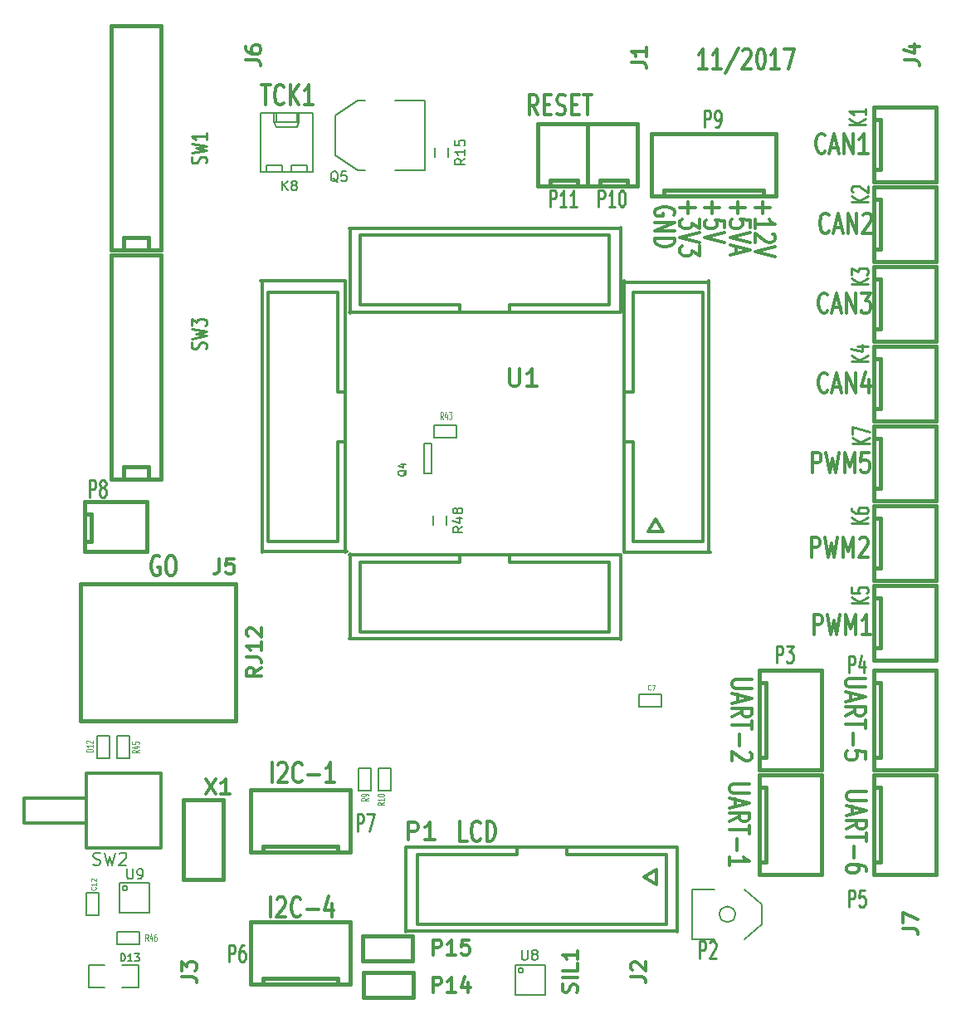
<source format=gto>
G04 #@! TF.FileFunction,Legend,Top*
%FSLAX46Y46*%
G04 Gerber Fmt 4.6, Leading zero omitted, Abs format (unit mm)*
G04 Created by KiCad (PCBNEW 4.0.6) date 01/03/18 21:04:18*
%MOMM*%
%LPD*%
G01*
G04 APERTURE LIST*
%ADD10C,0.150000*%
%ADD11C,0.304800*%
%ADD12C,0.381000*%
%ADD13C,0.127000*%
%ADD14C,0.152400*%
%ADD15C,0.271780*%
%ADD16C,0.190500*%
%ADD17C,0.114300*%
%ADD18C,0.285750*%
%ADD19C,0.287020*%
%ADD20C,0.203200*%
G04 APERTURE END LIST*
D10*
D11*
X99767571Y-58450238D02*
X98896714Y-58450238D01*
X99332142Y-58450238D02*
X99332142Y-56418238D01*
X99186999Y-56708524D01*
X99041857Y-56902048D01*
X98896714Y-56998810D01*
X101219000Y-58450238D02*
X100348143Y-58450238D01*
X100783571Y-58450238D02*
X100783571Y-56418238D01*
X100638428Y-56708524D01*
X100493286Y-56902048D01*
X100348143Y-56998810D01*
X102960715Y-56321476D02*
X101654429Y-58934048D01*
X103396143Y-56611762D02*
X103468714Y-56515000D01*
X103613857Y-56418238D01*
X103976714Y-56418238D01*
X104121857Y-56515000D01*
X104194428Y-56611762D01*
X104267000Y-56805286D01*
X104267000Y-56998810D01*
X104194428Y-57289095D01*
X103323571Y-58450238D01*
X104267000Y-58450238D01*
X105210429Y-56418238D02*
X105355572Y-56418238D01*
X105500715Y-56515000D01*
X105573286Y-56611762D01*
X105645857Y-56805286D01*
X105718429Y-57192333D01*
X105718429Y-57676143D01*
X105645857Y-58063190D01*
X105573286Y-58256714D01*
X105500715Y-58353476D01*
X105355572Y-58450238D01*
X105210429Y-58450238D01*
X105065286Y-58353476D01*
X104992715Y-58256714D01*
X104920143Y-58063190D01*
X104847572Y-57676143D01*
X104847572Y-57192333D01*
X104920143Y-56805286D01*
X104992715Y-56611762D01*
X105065286Y-56515000D01*
X105210429Y-56418238D01*
X107169858Y-58450238D02*
X106299001Y-58450238D01*
X106734429Y-58450238D02*
X106734429Y-56418238D01*
X106589286Y-56708524D01*
X106444144Y-56902048D01*
X106299001Y-56998810D01*
X107677858Y-56418238D02*
X108693858Y-56418238D01*
X108040715Y-58450238D01*
X43923858Y-108204000D02*
X43778715Y-108107238D01*
X43561001Y-108107238D01*
X43343286Y-108204000D01*
X43198144Y-108397524D01*
X43125572Y-108591048D01*
X43053001Y-108978095D01*
X43053001Y-109268381D01*
X43125572Y-109655429D01*
X43198144Y-109848952D01*
X43343286Y-110042476D01*
X43561001Y-110139238D01*
X43706144Y-110139238D01*
X43923858Y-110042476D01*
X43996429Y-109945714D01*
X43996429Y-109268381D01*
X43706144Y-109268381D01*
X44939858Y-108107238D02*
X45230144Y-108107238D01*
X45375286Y-108204000D01*
X45520429Y-108397524D01*
X45593001Y-108784571D01*
X45593001Y-109461905D01*
X45520429Y-109848952D01*
X45375286Y-110042476D01*
X45230144Y-110139238D01*
X44939858Y-110139238D01*
X44794715Y-110042476D01*
X44649572Y-109848952D01*
X44577001Y-109461905D01*
X44577001Y-108784571D01*
X44649572Y-108397524D01*
X44794715Y-108204000D01*
X44939858Y-108107238D01*
X55263143Y-144937238D02*
X55263143Y-142905238D01*
X55916286Y-143098762D02*
X55988857Y-143002000D01*
X56134000Y-142905238D01*
X56496857Y-142905238D01*
X56642000Y-143002000D01*
X56714571Y-143098762D01*
X56787143Y-143292286D01*
X56787143Y-143485810D01*
X56714571Y-143776095D01*
X55843714Y-144937238D01*
X56787143Y-144937238D01*
X58311143Y-144743714D02*
X58238572Y-144840476D01*
X58020858Y-144937238D01*
X57875715Y-144937238D01*
X57658000Y-144840476D01*
X57512858Y-144646952D01*
X57440286Y-144453429D01*
X57367715Y-144066381D01*
X57367715Y-143776095D01*
X57440286Y-143389048D01*
X57512858Y-143195524D01*
X57658000Y-143002000D01*
X57875715Y-142905238D01*
X58020858Y-142905238D01*
X58238572Y-143002000D01*
X58311143Y-143098762D01*
X58964286Y-144163143D02*
X60125429Y-144163143D01*
X61504286Y-143582571D02*
X61504286Y-144937238D01*
X61141429Y-142808476D02*
X60778572Y-144259905D01*
X61722000Y-144259905D01*
X104109762Y-131408714D02*
X102464810Y-131408714D01*
X102271286Y-131481286D01*
X102174524Y-131553857D01*
X102077762Y-131699000D01*
X102077762Y-131989286D01*
X102174524Y-132134428D01*
X102271286Y-132207000D01*
X102464810Y-132279571D01*
X104109762Y-132279571D01*
X102658333Y-132932714D02*
X102658333Y-133658428D01*
X102077762Y-132787571D02*
X104109762Y-133295571D01*
X102077762Y-133803571D01*
X102077762Y-135182428D02*
X103045381Y-134674428D01*
X102077762Y-134311571D02*
X104109762Y-134311571D01*
X104109762Y-134892143D01*
X104013000Y-135037285D01*
X103916238Y-135109857D01*
X103722714Y-135182428D01*
X103432429Y-135182428D01*
X103238905Y-135109857D01*
X103142143Y-135037285D01*
X103045381Y-134892143D01*
X103045381Y-134311571D01*
X104109762Y-135617857D02*
X104109762Y-136488714D01*
X102077762Y-136053285D02*
X104109762Y-136053285D01*
X102851857Y-136996714D02*
X102851857Y-138157857D01*
X102077762Y-139681857D02*
X102077762Y-138811000D01*
X102077762Y-139246428D02*
X104109762Y-139246428D01*
X103819476Y-139101285D01*
X103625952Y-138956143D01*
X103529190Y-138811000D01*
X116047762Y-132170714D02*
X114402810Y-132170714D01*
X114209286Y-132243286D01*
X114112524Y-132315857D01*
X114015762Y-132461000D01*
X114015762Y-132751286D01*
X114112524Y-132896428D01*
X114209286Y-132969000D01*
X114402810Y-133041571D01*
X116047762Y-133041571D01*
X114596333Y-133694714D02*
X114596333Y-134420428D01*
X114015762Y-133549571D02*
X116047762Y-134057571D01*
X114015762Y-134565571D01*
X114015762Y-135944428D02*
X114983381Y-135436428D01*
X114015762Y-135073571D02*
X116047762Y-135073571D01*
X116047762Y-135654143D01*
X115951000Y-135799285D01*
X115854238Y-135871857D01*
X115660714Y-135944428D01*
X115370429Y-135944428D01*
X115176905Y-135871857D01*
X115080143Y-135799285D01*
X114983381Y-135654143D01*
X114983381Y-135073571D01*
X116047762Y-136379857D02*
X116047762Y-137250714D01*
X114015762Y-136815285D02*
X116047762Y-136815285D01*
X114789857Y-137758714D02*
X114789857Y-138919857D01*
X116047762Y-140298714D02*
X116047762Y-140008428D01*
X115951000Y-139863285D01*
X115854238Y-139790714D01*
X115563952Y-139645571D01*
X115176905Y-139573000D01*
X114402810Y-139573000D01*
X114209286Y-139645571D01*
X114112524Y-139718143D01*
X114015762Y-139863285D01*
X114015762Y-140153571D01*
X114112524Y-140298714D01*
X114209286Y-140371285D01*
X114402810Y-140443857D01*
X114886619Y-140443857D01*
X115080143Y-140371285D01*
X115176905Y-140298714D01*
X115273667Y-140153571D01*
X115273667Y-139863285D01*
X115176905Y-139718143D01*
X115080143Y-139645571D01*
X114886619Y-139573000D01*
X115920762Y-120613714D02*
X114275810Y-120613714D01*
X114082286Y-120686286D01*
X113985524Y-120758857D01*
X113888762Y-120904000D01*
X113888762Y-121194286D01*
X113985524Y-121339428D01*
X114082286Y-121412000D01*
X114275810Y-121484571D01*
X115920762Y-121484571D01*
X114469333Y-122137714D02*
X114469333Y-122863428D01*
X113888762Y-121992571D02*
X115920762Y-122500571D01*
X113888762Y-123008571D01*
X113888762Y-124387428D02*
X114856381Y-123879428D01*
X113888762Y-123516571D02*
X115920762Y-123516571D01*
X115920762Y-124097143D01*
X115824000Y-124242285D01*
X115727238Y-124314857D01*
X115533714Y-124387428D01*
X115243429Y-124387428D01*
X115049905Y-124314857D01*
X114953143Y-124242285D01*
X114856381Y-124097143D01*
X114856381Y-123516571D01*
X115920762Y-124822857D02*
X115920762Y-125693714D01*
X113888762Y-125258285D02*
X115920762Y-125258285D01*
X114662857Y-126201714D02*
X114662857Y-127362857D01*
X115920762Y-128814285D02*
X115920762Y-128088571D01*
X114953143Y-128016000D01*
X115049905Y-128088571D01*
X115146667Y-128233714D01*
X115146667Y-128596571D01*
X115049905Y-128741714D01*
X114953143Y-128814285D01*
X114759619Y-128886857D01*
X114275810Y-128886857D01*
X114082286Y-128814285D01*
X113985524Y-128741714D01*
X113888762Y-128596571D01*
X113888762Y-128233714D01*
X113985524Y-128088571D01*
X114082286Y-128016000D01*
X104363762Y-120740714D02*
X102718810Y-120740714D01*
X102525286Y-120813286D01*
X102428524Y-120885857D01*
X102331762Y-121031000D01*
X102331762Y-121321286D01*
X102428524Y-121466428D01*
X102525286Y-121539000D01*
X102718810Y-121611571D01*
X104363762Y-121611571D01*
X102912333Y-122264714D02*
X102912333Y-122990428D01*
X102331762Y-122119571D02*
X104363762Y-122627571D01*
X102331762Y-123135571D01*
X102331762Y-124514428D02*
X103299381Y-124006428D01*
X102331762Y-123643571D02*
X104363762Y-123643571D01*
X104363762Y-124224143D01*
X104267000Y-124369285D01*
X104170238Y-124441857D01*
X103976714Y-124514428D01*
X103686429Y-124514428D01*
X103492905Y-124441857D01*
X103396143Y-124369285D01*
X103299381Y-124224143D01*
X103299381Y-123643571D01*
X104363762Y-124949857D02*
X104363762Y-125820714D01*
X102331762Y-125385285D02*
X104363762Y-125385285D01*
X103105857Y-126328714D02*
X103105857Y-127489857D01*
X104170238Y-128143000D02*
X104267000Y-128215571D01*
X104363762Y-128360714D01*
X104363762Y-128723571D01*
X104267000Y-128868714D01*
X104170238Y-128941285D01*
X103976714Y-129013857D01*
X103783190Y-129013857D01*
X103492905Y-128941285D01*
X102331762Y-128070428D01*
X102331762Y-129013857D01*
X82495571Y-63149238D02*
X81987571Y-62181619D01*
X81624714Y-63149238D02*
X81624714Y-61117238D01*
X82205286Y-61117238D01*
X82350428Y-61214000D01*
X82423000Y-61310762D01*
X82495571Y-61504286D01*
X82495571Y-61794571D01*
X82423000Y-61988095D01*
X82350428Y-62084857D01*
X82205286Y-62181619D01*
X81624714Y-62181619D01*
X83148714Y-62084857D02*
X83656714Y-62084857D01*
X83874428Y-63149238D02*
X83148714Y-63149238D01*
X83148714Y-61117238D01*
X83874428Y-61117238D01*
X84455000Y-63052476D02*
X84672714Y-63149238D01*
X85035571Y-63149238D01*
X85180714Y-63052476D01*
X85253285Y-62955714D01*
X85325857Y-62762190D01*
X85325857Y-62568667D01*
X85253285Y-62375143D01*
X85180714Y-62278381D01*
X85035571Y-62181619D01*
X84745285Y-62084857D01*
X84600143Y-61988095D01*
X84527571Y-61891333D01*
X84455000Y-61697810D01*
X84455000Y-61504286D01*
X84527571Y-61310762D01*
X84600143Y-61214000D01*
X84745285Y-61117238D01*
X85108143Y-61117238D01*
X85325857Y-61214000D01*
X85979000Y-62084857D02*
X86487000Y-62084857D01*
X86704714Y-63149238D02*
X85979000Y-63149238D01*
X85979000Y-61117238D01*
X86704714Y-61117238D01*
X87140143Y-61117238D02*
X88011000Y-61117238D01*
X87575571Y-63149238D02*
X87575571Y-61117238D01*
X105442657Y-72016257D02*
X105442657Y-73177400D01*
X104668562Y-72596829D02*
X106216752Y-72596829D01*
X104668562Y-74701400D02*
X104668562Y-73830543D01*
X104668562Y-74265971D02*
X106700562Y-74265971D01*
X106410276Y-74120828D01*
X106216752Y-73975686D01*
X106119990Y-73830543D01*
X106507038Y-75281972D02*
X106603800Y-75354543D01*
X106700562Y-75499686D01*
X106700562Y-75862543D01*
X106603800Y-76007686D01*
X106507038Y-76080257D01*
X106313514Y-76152829D01*
X106119990Y-76152829D01*
X105829705Y-76080257D01*
X104668562Y-75209400D01*
X104668562Y-76152829D01*
X106700562Y-76588258D02*
X104668562Y-77096258D01*
X106700562Y-77604258D01*
X102902657Y-72012628D02*
X102902657Y-73173771D01*
X102128562Y-72593200D02*
X103676752Y-72593200D01*
X104160562Y-74625199D02*
X104160562Y-73899485D01*
X103192943Y-73826914D01*
X103289705Y-73899485D01*
X103386467Y-74044628D01*
X103386467Y-74407485D01*
X103289705Y-74552628D01*
X103192943Y-74625199D01*
X102999419Y-74697771D01*
X102515610Y-74697771D01*
X102322086Y-74625199D01*
X102225324Y-74552628D01*
X102128562Y-74407485D01*
X102128562Y-74044628D01*
X102225324Y-73899485D01*
X102322086Y-73826914D01*
X104160562Y-75133200D02*
X102128562Y-75641200D01*
X104160562Y-76149200D01*
X102709133Y-76584629D02*
X102709133Y-77310343D01*
X102128562Y-76439486D02*
X104160562Y-76947486D01*
X102128562Y-77455486D01*
X100311857Y-72056171D02*
X100311857Y-73217314D01*
X99537762Y-72636743D02*
X101085952Y-72636743D01*
X101569762Y-74668742D02*
X101569762Y-73943028D01*
X100602143Y-73870457D01*
X100698905Y-73943028D01*
X100795667Y-74088171D01*
X100795667Y-74451028D01*
X100698905Y-74596171D01*
X100602143Y-74668742D01*
X100408619Y-74741314D01*
X99924810Y-74741314D01*
X99731286Y-74668742D01*
X99634524Y-74596171D01*
X99537762Y-74451028D01*
X99537762Y-74088171D01*
X99634524Y-73943028D01*
X99731286Y-73870457D01*
X101569762Y-75176743D02*
X99537762Y-75684743D01*
X101569762Y-76192743D01*
X97797257Y-72041657D02*
X97797257Y-73202800D01*
X97023162Y-72622229D02*
X98571352Y-72622229D01*
X99055162Y-73783371D02*
X99055162Y-74726800D01*
X98281067Y-74218800D01*
X98281067Y-74436514D01*
X98184305Y-74581657D01*
X98087543Y-74654228D01*
X97894019Y-74726800D01*
X97410210Y-74726800D01*
X97216686Y-74654228D01*
X97119924Y-74581657D01*
X97023162Y-74436514D01*
X97023162Y-74001086D01*
X97119924Y-73855943D01*
X97216686Y-73783371D01*
X99055162Y-75162229D02*
X97023162Y-75670229D01*
X99055162Y-76178229D01*
X99055162Y-76541086D02*
X99055162Y-77484515D01*
X98281067Y-76976515D01*
X98281067Y-77194229D01*
X98184305Y-77339372D01*
X98087543Y-77411943D01*
X97894019Y-77484515D01*
X97410210Y-77484515D01*
X97216686Y-77411943D01*
X97119924Y-77339372D01*
X97023162Y-77194229D01*
X97023162Y-76758801D01*
X97119924Y-76613658D01*
X97216686Y-76541086D01*
X96393000Y-73387858D02*
X96489762Y-73242715D01*
X96489762Y-73025001D01*
X96393000Y-72807286D01*
X96199476Y-72662144D01*
X96005952Y-72589572D01*
X95618905Y-72517001D01*
X95328619Y-72517001D01*
X94941571Y-72589572D01*
X94748048Y-72662144D01*
X94554524Y-72807286D01*
X94457762Y-73025001D01*
X94457762Y-73170144D01*
X94554524Y-73387858D01*
X94651286Y-73460429D01*
X95328619Y-73460429D01*
X95328619Y-73170144D01*
X94457762Y-74113572D02*
X96489762Y-74113572D01*
X94457762Y-74984429D01*
X96489762Y-74984429D01*
X94457762Y-75710143D02*
X96489762Y-75710143D01*
X96489762Y-76073000D01*
X96393000Y-76290715D01*
X96199476Y-76435857D01*
X96005952Y-76508429D01*
X95618905Y-76581000D01*
X95328619Y-76581000D01*
X94941571Y-76508429D01*
X94748048Y-76435857D01*
X94554524Y-76290715D01*
X94457762Y-76073000D01*
X94457762Y-75710143D01*
X54337857Y-60101238D02*
X55208714Y-60101238D01*
X54773285Y-62133238D02*
X54773285Y-60101238D01*
X56587571Y-61939714D02*
X56515000Y-62036476D01*
X56297286Y-62133238D01*
X56152143Y-62133238D01*
X55934428Y-62036476D01*
X55789286Y-61842952D01*
X55716714Y-61649429D01*
X55644143Y-61262381D01*
X55644143Y-60972095D01*
X55716714Y-60585048D01*
X55789286Y-60391524D01*
X55934428Y-60198000D01*
X56152143Y-60101238D01*
X56297286Y-60101238D01*
X56515000Y-60198000D01*
X56587571Y-60294762D01*
X57240714Y-62133238D02*
X57240714Y-60101238D01*
X58111571Y-62133238D02*
X57458428Y-60972095D01*
X58111571Y-60101238D02*
X57240714Y-61262381D01*
X59563000Y-62133238D02*
X58692143Y-62133238D01*
X59127571Y-62133238D02*
X59127571Y-60101238D01*
X58982428Y-60391524D01*
X58837286Y-60585048D01*
X58692143Y-60681810D01*
X111832571Y-66892714D02*
X111760000Y-66989476D01*
X111542286Y-67086238D01*
X111397143Y-67086238D01*
X111179428Y-66989476D01*
X111034286Y-66795952D01*
X110961714Y-66602429D01*
X110889143Y-66215381D01*
X110889143Y-65925095D01*
X110961714Y-65538048D01*
X111034286Y-65344524D01*
X111179428Y-65151000D01*
X111397143Y-65054238D01*
X111542286Y-65054238D01*
X111760000Y-65151000D01*
X111832571Y-65247762D01*
X112413143Y-66505667D02*
X113138857Y-66505667D01*
X112268000Y-67086238D02*
X112776000Y-65054238D01*
X113284000Y-67086238D01*
X113792000Y-67086238D02*
X113792000Y-65054238D01*
X114662857Y-67086238D01*
X114662857Y-65054238D01*
X116186857Y-67086238D02*
X115316000Y-67086238D01*
X115751428Y-67086238D02*
X115751428Y-65054238D01*
X115606285Y-65344524D01*
X115461143Y-65538048D01*
X115316000Y-65634810D01*
X112213571Y-75020714D02*
X112141000Y-75117476D01*
X111923286Y-75214238D01*
X111778143Y-75214238D01*
X111560428Y-75117476D01*
X111415286Y-74923952D01*
X111342714Y-74730429D01*
X111270143Y-74343381D01*
X111270143Y-74053095D01*
X111342714Y-73666048D01*
X111415286Y-73472524D01*
X111560428Y-73279000D01*
X111778143Y-73182238D01*
X111923286Y-73182238D01*
X112141000Y-73279000D01*
X112213571Y-73375762D01*
X112794143Y-74633667D02*
X113519857Y-74633667D01*
X112649000Y-75214238D02*
X113157000Y-73182238D01*
X113665000Y-75214238D01*
X114173000Y-75214238D02*
X114173000Y-73182238D01*
X115043857Y-75214238D01*
X115043857Y-73182238D01*
X115697000Y-73375762D02*
X115769571Y-73279000D01*
X115914714Y-73182238D01*
X116277571Y-73182238D01*
X116422714Y-73279000D01*
X116495285Y-73375762D01*
X116567857Y-73569286D01*
X116567857Y-73762810D01*
X116495285Y-74053095D01*
X115624428Y-75214238D01*
X116567857Y-75214238D01*
X112086571Y-83148714D02*
X112014000Y-83245476D01*
X111796286Y-83342238D01*
X111651143Y-83342238D01*
X111433428Y-83245476D01*
X111288286Y-83051952D01*
X111215714Y-82858429D01*
X111143143Y-82471381D01*
X111143143Y-82181095D01*
X111215714Y-81794048D01*
X111288286Y-81600524D01*
X111433428Y-81407000D01*
X111651143Y-81310238D01*
X111796286Y-81310238D01*
X112014000Y-81407000D01*
X112086571Y-81503762D01*
X112667143Y-82761667D02*
X113392857Y-82761667D01*
X112522000Y-83342238D02*
X113030000Y-81310238D01*
X113538000Y-83342238D01*
X114046000Y-83342238D02*
X114046000Y-81310238D01*
X114916857Y-83342238D01*
X114916857Y-81310238D01*
X115497428Y-81310238D02*
X116440857Y-81310238D01*
X115932857Y-82084333D01*
X116150571Y-82084333D01*
X116295714Y-82181095D01*
X116368285Y-82277857D01*
X116440857Y-82471381D01*
X116440857Y-82955190D01*
X116368285Y-83148714D01*
X116295714Y-83245476D01*
X116150571Y-83342238D01*
X115715143Y-83342238D01*
X115570000Y-83245476D01*
X115497428Y-83148714D01*
X112086571Y-91276714D02*
X112014000Y-91373476D01*
X111796286Y-91470238D01*
X111651143Y-91470238D01*
X111433428Y-91373476D01*
X111288286Y-91179952D01*
X111215714Y-90986429D01*
X111143143Y-90599381D01*
X111143143Y-90309095D01*
X111215714Y-89922048D01*
X111288286Y-89728524D01*
X111433428Y-89535000D01*
X111651143Y-89438238D01*
X111796286Y-89438238D01*
X112014000Y-89535000D01*
X112086571Y-89631762D01*
X112667143Y-90889667D02*
X113392857Y-90889667D01*
X112522000Y-91470238D02*
X113030000Y-89438238D01*
X113538000Y-91470238D01*
X114046000Y-91470238D02*
X114046000Y-89438238D01*
X114916857Y-91470238D01*
X114916857Y-89438238D01*
X116295714Y-90115571D02*
X116295714Y-91470238D01*
X115932857Y-89341476D02*
X115570000Y-90792905D01*
X116513428Y-90792905D01*
X110544429Y-99598238D02*
X110544429Y-97566238D01*
X111125001Y-97566238D01*
X111270143Y-97663000D01*
X111342715Y-97759762D01*
X111415286Y-97953286D01*
X111415286Y-98243571D01*
X111342715Y-98437095D01*
X111270143Y-98533857D01*
X111125001Y-98630619D01*
X110544429Y-98630619D01*
X111923286Y-97566238D02*
X112286143Y-99598238D01*
X112576429Y-98146810D01*
X112866715Y-99598238D01*
X113229572Y-97566238D01*
X113810143Y-99598238D02*
X113810143Y-97566238D01*
X114318143Y-99017667D01*
X114826143Y-97566238D01*
X114826143Y-99598238D01*
X116277571Y-97566238D02*
X115551857Y-97566238D01*
X115479286Y-98533857D01*
X115551857Y-98437095D01*
X115697000Y-98340333D01*
X116059857Y-98340333D01*
X116205000Y-98437095D01*
X116277571Y-98533857D01*
X116350143Y-98727381D01*
X116350143Y-99211190D01*
X116277571Y-99404714D01*
X116205000Y-99501476D01*
X116059857Y-99598238D01*
X115697000Y-99598238D01*
X115551857Y-99501476D01*
X115479286Y-99404714D01*
X55390143Y-131221238D02*
X55390143Y-129189238D01*
X56043286Y-129382762D02*
X56115857Y-129286000D01*
X56261000Y-129189238D01*
X56623857Y-129189238D01*
X56769000Y-129286000D01*
X56841571Y-129382762D01*
X56914143Y-129576286D01*
X56914143Y-129769810D01*
X56841571Y-130060095D01*
X55970714Y-131221238D01*
X56914143Y-131221238D01*
X58438143Y-131027714D02*
X58365572Y-131124476D01*
X58147858Y-131221238D01*
X58002715Y-131221238D01*
X57785000Y-131124476D01*
X57639858Y-130930952D01*
X57567286Y-130737429D01*
X57494715Y-130350381D01*
X57494715Y-130060095D01*
X57567286Y-129673048D01*
X57639858Y-129479524D01*
X57785000Y-129286000D01*
X58002715Y-129189238D01*
X58147858Y-129189238D01*
X58365572Y-129286000D01*
X58438143Y-129382762D01*
X59091286Y-130447143D02*
X60252429Y-130447143D01*
X61776429Y-131221238D02*
X60905572Y-131221238D01*
X61341000Y-131221238D02*
X61341000Y-129189238D01*
X61195857Y-129479524D01*
X61050715Y-129673048D01*
X60905572Y-129769810D01*
X75274714Y-137190238D02*
X74549000Y-137190238D01*
X74549000Y-135158238D01*
X76653571Y-136996714D02*
X76581000Y-137093476D01*
X76363286Y-137190238D01*
X76218143Y-137190238D01*
X76000428Y-137093476D01*
X75855286Y-136899952D01*
X75782714Y-136706429D01*
X75710143Y-136319381D01*
X75710143Y-136029095D01*
X75782714Y-135642048D01*
X75855286Y-135448524D01*
X76000428Y-135255000D01*
X76218143Y-135158238D01*
X76363286Y-135158238D01*
X76581000Y-135255000D01*
X76653571Y-135351762D01*
X77306714Y-137190238D02*
X77306714Y-135158238D01*
X77669571Y-135158238D01*
X77887286Y-135255000D01*
X78032428Y-135448524D01*
X78105000Y-135642048D01*
X78177571Y-136029095D01*
X78177571Y-136319381D01*
X78105000Y-136706429D01*
X78032428Y-136899952D01*
X77887286Y-137093476D01*
X77669571Y-137190238D01*
X77306714Y-137190238D01*
X110671429Y-116108238D02*
X110671429Y-114076238D01*
X111252001Y-114076238D01*
X111397143Y-114173000D01*
X111469715Y-114269762D01*
X111542286Y-114463286D01*
X111542286Y-114753571D01*
X111469715Y-114947095D01*
X111397143Y-115043857D01*
X111252001Y-115140619D01*
X110671429Y-115140619D01*
X112050286Y-114076238D02*
X112413143Y-116108238D01*
X112703429Y-114656810D01*
X112993715Y-116108238D01*
X113356572Y-114076238D01*
X113937143Y-116108238D02*
X113937143Y-114076238D01*
X114445143Y-115527667D01*
X114953143Y-114076238D01*
X114953143Y-116108238D01*
X116477143Y-116108238D02*
X115606286Y-116108238D01*
X116041714Y-116108238D02*
X116041714Y-114076238D01*
X115896571Y-114366524D01*
X115751429Y-114560048D01*
X115606286Y-114656810D01*
X110417429Y-108234238D02*
X110417429Y-106202238D01*
X110998001Y-106202238D01*
X111143143Y-106299000D01*
X111215715Y-106395762D01*
X111288286Y-106589286D01*
X111288286Y-106879571D01*
X111215715Y-107073095D01*
X111143143Y-107169857D01*
X110998001Y-107266619D01*
X110417429Y-107266619D01*
X111796286Y-106202238D02*
X112159143Y-108234238D01*
X112449429Y-106782810D01*
X112739715Y-108234238D01*
X113102572Y-106202238D01*
X113683143Y-108234238D02*
X113683143Y-106202238D01*
X114191143Y-107653667D01*
X114699143Y-106202238D01*
X114699143Y-108234238D01*
X115352286Y-106395762D02*
X115424857Y-106299000D01*
X115570000Y-106202238D01*
X115932857Y-106202238D01*
X116078000Y-106299000D01*
X116150571Y-106395762D01*
X116223143Y-106589286D01*
X116223143Y-106782810D01*
X116150571Y-107073095D01*
X115279714Y-108234238D01*
X116223143Y-108234238D01*
D10*
X67945000Y-68834000D02*
X70993000Y-68834000D01*
X70993000Y-68834000D02*
X70993000Y-61722000D01*
X70993000Y-61722000D02*
X67945000Y-61722000D01*
X64897000Y-68834000D02*
X64135000Y-68834000D01*
X64135000Y-68834000D02*
X61849000Y-67310000D01*
X61849000Y-67310000D02*
X61849000Y-63246000D01*
X61849000Y-63246000D02*
X64135000Y-61722000D01*
X64135000Y-61722000D02*
X64897000Y-61722000D01*
X100584000Y-142113000D02*
X98298000Y-142113000D01*
X98298000Y-142113000D02*
X98298000Y-147193000D01*
X98298000Y-147193000D02*
X100584000Y-147193000D01*
X103632000Y-142113000D02*
X105410000Y-143637000D01*
X105410000Y-143637000D02*
X105410000Y-145669000D01*
X105410000Y-145669000D02*
X103632000Y-147193000D01*
X102657219Y-144653000D02*
G75*
G03X102657219Y-144653000I-803219J0D01*
G01*
X71816600Y-104995600D02*
X71816600Y-103995600D01*
X73166600Y-103995600D02*
X73166600Y-104995600D01*
X72045200Y-67479800D02*
X72045200Y-66479800D01*
X73395200Y-66479800D02*
X73395200Y-67479800D01*
X59536000Y-68933000D02*
X59536000Y-62933000D01*
X59536000Y-62933000D02*
X54256000Y-62933000D01*
X54256000Y-62933000D02*
X54256000Y-68933000D01*
X54256000Y-68933000D02*
X59536000Y-68933000D01*
X58166000Y-62933000D02*
X58166000Y-63933000D01*
X58166000Y-63933000D02*
X55626000Y-63933000D01*
X55626000Y-63933000D02*
X55626000Y-62933000D01*
X58166000Y-63933000D02*
X57916000Y-64363000D01*
X57916000Y-64363000D02*
X55876000Y-64363000D01*
X55876000Y-64363000D02*
X55626000Y-63933000D01*
X57916000Y-62933000D02*
X57916000Y-63933000D01*
X55876000Y-62933000D02*
X55876000Y-63933000D01*
X58966000Y-68933000D02*
X58966000Y-68313000D01*
X58966000Y-68313000D02*
X57366000Y-68313000D01*
X57366000Y-68313000D02*
X57366000Y-68933000D01*
X56426000Y-68933000D02*
X56426000Y-68313000D01*
X56426000Y-68313000D02*
X54826000Y-68313000D01*
X54826000Y-68313000D02*
X54826000Y-68933000D01*
D12*
X51722020Y-124934980D02*
X35847020Y-124934980D01*
X35847020Y-124934980D02*
X35847020Y-110964980D01*
X35847020Y-110964980D02*
X51722020Y-110964980D01*
X51722020Y-110964980D02*
X51722020Y-124934980D01*
X64693800Y-153162000D02*
X64693800Y-150622000D01*
X64693800Y-150622000D02*
X69773800Y-150622000D01*
X69773800Y-150622000D02*
X69773800Y-153162000D01*
X69773800Y-153162000D02*
X64693800Y-153162000D01*
X64643000Y-149402800D02*
X64643000Y-146862800D01*
X64643000Y-146862800D02*
X69723000Y-146862800D01*
X69723000Y-146862800D02*
X69723000Y-149402800D01*
X69723000Y-149402800D02*
X64643000Y-149402800D01*
X86550500Y-69786500D02*
X86550500Y-70294500D01*
X87566500Y-70421500D02*
X82486500Y-70421500D01*
X87566500Y-70421500D02*
X87566500Y-64071500D01*
X87566500Y-64071500D02*
X83121500Y-64071500D01*
X83121500Y-64071500D02*
X82486500Y-64071500D01*
X83756500Y-69786500D02*
X86550500Y-69786500D01*
X83756500Y-69786500D02*
X83756500Y-70421500D01*
X82486500Y-70421500D02*
X82486500Y-64071500D01*
X91630500Y-69786500D02*
X91630500Y-70294500D01*
X92646500Y-70421500D02*
X87566500Y-70421500D01*
X92646500Y-70421500D02*
X92646500Y-64071500D01*
X92646500Y-64071500D02*
X88201500Y-64071500D01*
X88201500Y-64071500D02*
X87566500Y-64071500D01*
X88836500Y-69786500D02*
X91630500Y-69786500D01*
X88836500Y-69786500D02*
X88836500Y-70421500D01*
X87566500Y-70421500D02*
X87566500Y-64071500D01*
X36926520Y-106646980D02*
X36418520Y-106646980D01*
X36291520Y-107662980D02*
X36291520Y-102582980D01*
X36291520Y-107662980D02*
X42641520Y-107662980D01*
X42641520Y-107662980D02*
X42641520Y-103217980D01*
X42641520Y-103217980D02*
X42641520Y-102582980D01*
X36926520Y-103852980D02*
X36926520Y-106646980D01*
X36926520Y-103852980D02*
X36291520Y-103852980D01*
X36291520Y-102582980D02*
X42641520Y-102582980D01*
X106776520Y-65117980D02*
X103601520Y-65117980D01*
X105506520Y-70832980D02*
X105506520Y-71467980D01*
X94076520Y-71467980D02*
X106776520Y-71467980D01*
X106776520Y-71467980D02*
X106776520Y-65117980D01*
X105506520Y-70832980D02*
X102966520Y-70832980D01*
X95346520Y-71467980D02*
X95346520Y-70832980D01*
X95346520Y-70832980D02*
X102966520Y-70832980D01*
X104236520Y-65117980D02*
X94076520Y-65117980D01*
X94076520Y-65117980D02*
X94076520Y-71467980D01*
D11*
X69057520Y-137825480D02*
X96743520Y-137825480D01*
X96743520Y-146334480D02*
X69184520Y-146334480D01*
X85440520Y-137825480D02*
X85440520Y-138587480D01*
X85440520Y-138587480D02*
X95600520Y-138587480D01*
X95600520Y-138587480D02*
X95600520Y-145699480D01*
X95600520Y-145699480D02*
X70200520Y-145699480D01*
X70200520Y-145699480D02*
X70200520Y-138587480D01*
X70200520Y-138587480D02*
X80360520Y-138587480D01*
X80360520Y-138587480D02*
X80360520Y-137825480D01*
X96743520Y-137825480D02*
X96743520Y-146461480D01*
X69057520Y-146461480D02*
X69057520Y-137825480D01*
X93314520Y-140873480D02*
X94584520Y-141635480D01*
X94584520Y-141635480D02*
X94584520Y-140111480D01*
X94584520Y-140111480D02*
X93314520Y-140873480D01*
D12*
X117475000Y-76835000D02*
X116840000Y-76835000D01*
X116840000Y-70485000D02*
X116840000Y-78105000D01*
X117475000Y-76835000D02*
X117475000Y-71755000D01*
X117475000Y-71755000D02*
X116840000Y-71755000D01*
X116840000Y-78105000D02*
X123190000Y-78105000D01*
X123190000Y-78105000D02*
X123190000Y-70485000D01*
X117475000Y-71755000D02*
X116840000Y-71755000D01*
X116840000Y-70485000D02*
X123190000Y-70485000D01*
X117475000Y-93091000D02*
X116840000Y-93091000D01*
X116840000Y-86741000D02*
X116840000Y-94361000D01*
X117475000Y-93091000D02*
X117475000Y-88011000D01*
X117475000Y-88011000D02*
X116840000Y-88011000D01*
X116840000Y-94361000D02*
X123190000Y-94361000D01*
X123190000Y-94361000D02*
X123190000Y-86741000D01*
X117475000Y-88011000D02*
X116840000Y-88011000D01*
X116840000Y-86741000D02*
X123190000Y-86741000D01*
X117475000Y-84963000D02*
X116840000Y-84963000D01*
X116840000Y-78613000D02*
X116840000Y-86233000D01*
X117475000Y-84963000D02*
X117475000Y-79883000D01*
X117475000Y-79883000D02*
X116840000Y-79883000D01*
X116840000Y-86233000D02*
X123190000Y-86233000D01*
X123190000Y-86233000D02*
X123190000Y-78613000D01*
X117475000Y-79883000D02*
X116840000Y-79883000D01*
X116840000Y-78613000D02*
X123190000Y-78613000D01*
X117475000Y-68707000D02*
X116840000Y-68707000D01*
X116840000Y-62357000D02*
X116840000Y-69977000D01*
X117475000Y-68707000D02*
X117475000Y-63627000D01*
X117475000Y-63627000D02*
X116840000Y-63627000D01*
X116840000Y-69977000D02*
X123190000Y-69977000D01*
X123190000Y-69977000D02*
X123190000Y-62357000D01*
X117475000Y-63627000D02*
X116840000Y-63627000D01*
X116840000Y-62357000D02*
X123190000Y-62357000D01*
X117475000Y-117475000D02*
X116840000Y-117475000D01*
X116840000Y-111125000D02*
X116840000Y-118745000D01*
X117475000Y-117475000D02*
X117475000Y-112395000D01*
X117475000Y-112395000D02*
X116840000Y-112395000D01*
X116840000Y-118745000D02*
X123190000Y-118745000D01*
X123190000Y-118745000D02*
X123190000Y-111125000D01*
X117475000Y-112395000D02*
X116840000Y-112395000D01*
X116840000Y-111125000D02*
X123190000Y-111125000D01*
X117444520Y-109377480D02*
X116809520Y-109377480D01*
X116809520Y-103027480D02*
X116809520Y-110647480D01*
X117444520Y-109377480D02*
X117444520Y-104297480D01*
X117444520Y-104297480D02*
X116809520Y-104297480D01*
X116809520Y-110647480D02*
X123159520Y-110647480D01*
X123159520Y-110647480D02*
X123159520Y-103027480D01*
X117444520Y-104297480D02*
X116809520Y-104297480D01*
X116809520Y-103027480D02*
X123159520Y-103027480D01*
X117475000Y-101219000D02*
X116840000Y-101219000D01*
X116840000Y-94869000D02*
X116840000Y-102489000D01*
X117475000Y-101219000D02*
X117475000Y-96139000D01*
X117475000Y-96139000D02*
X116840000Y-96139000D01*
X116840000Y-102489000D02*
X123190000Y-102489000D01*
X123190000Y-102489000D02*
X123190000Y-94869000D01*
X117475000Y-96139000D02*
X116840000Y-96139000D01*
X116840000Y-94869000D02*
X123190000Y-94869000D01*
X105156000Y-131699000D02*
X105791000Y-131699000D01*
X105791000Y-131699000D02*
X105791000Y-139319000D01*
X105791000Y-139319000D02*
X105156000Y-139319000D01*
X111506000Y-140589000D02*
X111506000Y-130429000D01*
X111506000Y-130429000D02*
X105156000Y-130429000D01*
X105156000Y-130429000D02*
X105156000Y-140589000D01*
X105156000Y-140589000D02*
X111506000Y-140589000D01*
X116840000Y-131699000D02*
X117475000Y-131699000D01*
X117475000Y-131699000D02*
X117475000Y-139319000D01*
X117475000Y-139319000D02*
X116840000Y-139319000D01*
X123190000Y-140589000D02*
X123190000Y-130429000D01*
X123190000Y-130429000D02*
X116840000Y-130429000D01*
X116840000Y-130429000D02*
X116840000Y-140589000D01*
X116840000Y-140589000D02*
X123190000Y-140589000D01*
X54452520Y-151795480D02*
X54452520Y-151160480D01*
X54452520Y-151160480D02*
X62072520Y-151160480D01*
X62072520Y-151160480D02*
X62072520Y-151795480D01*
X63342520Y-145445480D02*
X53182520Y-145445480D01*
X53182520Y-145445480D02*
X53182520Y-151795480D01*
X53182520Y-151795480D02*
X63342520Y-151795480D01*
X63342520Y-151795480D02*
X63342520Y-145445480D01*
X54452520Y-138333480D02*
X54452520Y-137698480D01*
X54452520Y-137698480D02*
X62072520Y-137698480D01*
X62072520Y-137698480D02*
X62072520Y-138333480D01*
X63342520Y-131983480D02*
X53182520Y-131983480D01*
X53182520Y-131983480D02*
X53182520Y-138333480D01*
X53182520Y-138333480D02*
X63342520Y-138333480D01*
X63342520Y-138333480D02*
X63342520Y-131983480D01*
X105156000Y-121031000D02*
X105791000Y-121031000D01*
X105791000Y-121031000D02*
X105791000Y-128651000D01*
X105791000Y-128651000D02*
X105156000Y-128651000D01*
X111506000Y-129921000D02*
X111506000Y-119761000D01*
X111506000Y-119761000D02*
X105156000Y-119761000D01*
X105156000Y-119761000D02*
X105156000Y-129921000D01*
X105156000Y-129921000D02*
X111506000Y-129921000D01*
X116840000Y-121031000D02*
X117475000Y-121031000D01*
X117475000Y-121031000D02*
X117475000Y-128651000D01*
X117475000Y-128651000D02*
X116840000Y-128651000D01*
X123190000Y-129921000D02*
X123190000Y-119761000D01*
X123190000Y-119761000D02*
X116840000Y-119761000D01*
X116840000Y-119761000D02*
X116840000Y-129921000D01*
X116840000Y-129921000D02*
X123190000Y-129921000D01*
D13*
X70891400Y-99720400D02*
X70891400Y-96672400D01*
X70891400Y-96672400D02*
X71653400Y-96672400D01*
X71653400Y-96672400D02*
X71653400Y-99720400D01*
X71653400Y-99720400D02*
X70891400Y-99720400D01*
X38862000Y-126492000D02*
X38862000Y-128778000D01*
X38862000Y-128778000D02*
X37592000Y-128778000D01*
X37592000Y-128778000D02*
X37592000Y-126492000D01*
X37592000Y-126492000D02*
X38862000Y-126492000D01*
D12*
X46355000Y-137541000D02*
X46355000Y-132969000D01*
X46355000Y-132969000D02*
X50419000Y-132969000D01*
X50419000Y-132969000D02*
X50419000Y-141097000D01*
X50419000Y-141097000D02*
X46355000Y-141097000D01*
X46355000Y-141097000D02*
X46355000Y-137541000D01*
D13*
X37719000Y-142494000D02*
X37719000Y-144780000D01*
X37719000Y-144780000D02*
X36449000Y-144780000D01*
X36449000Y-144780000D02*
X36449000Y-142494000D01*
X36449000Y-142494000D02*
X37719000Y-142494000D01*
X39624000Y-146431000D02*
X41910000Y-146431000D01*
X41910000Y-146431000D02*
X41910000Y-147701000D01*
X41910000Y-147701000D02*
X39624000Y-147701000D01*
X39624000Y-147701000D02*
X39624000Y-146431000D01*
X40894000Y-126492000D02*
X40894000Y-128778000D01*
X40894000Y-128778000D02*
X39624000Y-128778000D01*
X39624000Y-128778000D02*
X39624000Y-126492000D01*
X39624000Y-126492000D02*
X40894000Y-126492000D01*
X41783000Y-152146000D02*
X41783000Y-149860000D01*
X41783000Y-149860000D02*
X40132000Y-149860000D01*
X38354000Y-152146000D02*
X36703000Y-152146000D01*
X36703000Y-152146000D02*
X36703000Y-149860000D01*
X36703000Y-149860000D02*
X38354000Y-149860000D01*
X40132000Y-152146000D02*
X41783000Y-152146000D01*
D14*
X81026000Y-150368000D02*
G75*
G03X81026000Y-150368000I-254000J0D01*
G01*
X80264000Y-152908000D02*
X80264000Y-149860000D01*
X80264000Y-149860000D02*
X83312000Y-149860000D01*
X83312000Y-149860000D02*
X83312000Y-152908000D01*
X83312000Y-152908000D02*
X80264000Y-152908000D01*
X40640000Y-141986000D02*
G75*
G03X40640000Y-141986000I-254000J0D01*
G01*
X39878000Y-144526000D02*
X39878000Y-141478000D01*
X39878000Y-141478000D02*
X42926000Y-141478000D01*
X42926000Y-141478000D02*
X42926000Y-144526000D01*
X42926000Y-144526000D02*
X39878000Y-144526000D01*
D13*
X74218800Y-96062800D02*
X71932800Y-96062800D01*
X71932800Y-96062800D02*
X71932800Y-94792800D01*
X71932800Y-94792800D02*
X74218800Y-94792800D01*
X74218800Y-94792800D02*
X74218800Y-96062800D01*
D12*
X40292020Y-76928980D02*
X40292020Y-76928980D01*
X40292020Y-76928980D02*
X40292020Y-75658980D01*
X40292020Y-75658980D02*
X42832020Y-75658980D01*
X42832020Y-75658980D02*
X42832020Y-76928980D01*
X39022020Y-76928980D02*
X39022020Y-54068980D01*
X39022020Y-54068980D02*
X44102020Y-54068980D01*
X44102020Y-54068980D02*
X44102020Y-76928980D01*
X44102020Y-76928980D02*
X39022020Y-76928980D01*
X40292020Y-100296980D02*
X40292020Y-100296980D01*
X40292020Y-100296980D02*
X40292020Y-99026980D01*
X40292020Y-99026980D02*
X42832020Y-99026980D01*
X42832020Y-99026980D02*
X42832020Y-100296980D01*
X39022020Y-100296980D02*
X39022020Y-77436980D01*
X39022020Y-77436980D02*
X44102020Y-77436980D01*
X44102020Y-77436980D02*
X44102020Y-100296980D01*
X44102020Y-100296980D02*
X39022020Y-100296980D01*
D11*
X36482020Y-135348980D02*
X30132020Y-135348980D01*
X30132020Y-135348980D02*
X30132020Y-132808980D01*
X30132020Y-132808980D02*
X36482020Y-132808980D01*
X44102020Y-137888980D02*
X44102020Y-130268980D01*
X44102020Y-130268980D02*
X36482020Y-130268980D01*
X36482020Y-130268980D02*
X36482020Y-137888980D01*
X36482020Y-137888980D02*
X44102020Y-137888980D01*
D13*
X66294000Y-132080000D02*
X66294000Y-129794000D01*
X66294000Y-129794000D02*
X67564000Y-129794000D01*
X67564000Y-129794000D02*
X67564000Y-132080000D01*
X67564000Y-132080000D02*
X66294000Y-132080000D01*
X64262000Y-132080000D02*
X64262000Y-129794000D01*
X64262000Y-129794000D02*
X65532000Y-129794000D01*
X65532000Y-129794000D02*
X65532000Y-132080000D01*
X65532000Y-132080000D02*
X64262000Y-132080000D01*
X92870020Y-122267980D02*
X95156020Y-122267980D01*
X95156020Y-122267980D02*
X95156020Y-123537980D01*
X95156020Y-123537980D02*
X92870020Y-123537980D01*
X92870020Y-123537980D02*
X92870020Y-122267980D01*
D11*
X91343480Y-107789980D02*
X91343480Y-80103980D01*
X99979480Y-80103980D02*
X99979480Y-107662980D01*
X91470480Y-91406980D02*
X92232480Y-91406980D01*
X92232480Y-91406980D02*
X92232480Y-81246980D01*
X92232480Y-81246980D02*
X99344480Y-81246980D01*
X99344480Y-81246980D02*
X99344480Y-106646980D01*
X99344480Y-106646980D02*
X92232480Y-106646980D01*
X92232480Y-106646980D02*
X92232480Y-96486980D01*
X92232480Y-96486980D02*
X91470480Y-96486980D01*
X91343480Y-80230980D02*
X99979480Y-80230980D01*
X100106480Y-107789980D02*
X91470480Y-107789980D01*
X95283020Y-105630980D02*
X94521020Y-104360980D01*
X93759020Y-105630980D02*
X95283020Y-105630980D01*
X94521020Y-104360980D02*
X93759020Y-105630980D01*
X54262020Y-80103980D02*
X62898020Y-80103980D01*
X63025020Y-107662980D02*
X54389020Y-107662980D01*
X62136020Y-91406980D02*
X62898020Y-91406980D01*
X62136020Y-81246980D02*
X62136020Y-91406980D01*
X55024020Y-81246980D02*
X62136020Y-81246980D01*
X55024020Y-106646980D02*
X55024020Y-81246980D01*
X62136020Y-106646980D02*
X55024020Y-106646980D01*
X62136020Y-96486980D02*
X62136020Y-106646980D01*
X62898020Y-96486980D02*
X62136020Y-96486980D01*
X54389020Y-107789980D02*
X54389020Y-80230980D01*
X62898020Y-80103980D02*
X62898020Y-107789980D01*
X90965020Y-83278980D02*
X63279020Y-83278980D01*
X63279020Y-74769980D02*
X90838020Y-74769980D01*
X74582020Y-83278980D02*
X74582020Y-82516980D01*
X74582020Y-82516980D02*
X64422020Y-82516980D01*
X64422020Y-82516980D02*
X64422020Y-75404980D01*
X64422020Y-75404980D02*
X89822020Y-75404980D01*
X89822020Y-75404980D02*
X89822020Y-82516980D01*
X89822020Y-82516980D02*
X79662020Y-82516980D01*
X79662020Y-82516980D02*
X79662020Y-83278980D01*
X63406020Y-83405980D02*
X63406020Y-74769980D01*
X90965020Y-74642980D02*
X90965020Y-83278980D01*
X90965020Y-116679980D02*
X90965020Y-108043980D01*
X63406020Y-107916980D02*
X63406020Y-116552980D01*
X79662020Y-108805980D02*
X79662020Y-108043980D01*
X89822020Y-108805980D02*
X79662020Y-108805980D01*
X89822020Y-115917980D02*
X89822020Y-108805980D01*
X64422020Y-115917980D02*
X89822020Y-115917980D01*
X64422020Y-108805980D02*
X64422020Y-115917980D01*
X74582020Y-108805980D02*
X64422020Y-108805980D01*
X74582020Y-108043980D02*
X74582020Y-108805980D01*
X63279020Y-116552980D02*
X90838020Y-116552980D01*
X90965020Y-108043980D02*
X63279020Y-108043980D01*
D10*
X62134762Y-70016619D02*
X62039524Y-69969000D01*
X61944286Y-69873762D01*
X61801429Y-69730905D01*
X61706190Y-69683286D01*
X61610952Y-69683286D01*
X61658571Y-69921381D02*
X61563333Y-69873762D01*
X61468095Y-69778524D01*
X61420476Y-69588048D01*
X61420476Y-69254714D01*
X61468095Y-69064238D01*
X61563333Y-68969000D01*
X61658571Y-68921381D01*
X61849048Y-68921381D01*
X61944286Y-68969000D01*
X62039524Y-69064238D01*
X62087143Y-69254714D01*
X62087143Y-69588048D01*
X62039524Y-69778524D01*
X61944286Y-69873762D01*
X61849048Y-69921381D01*
X61658571Y-69921381D01*
X62991905Y-68921381D02*
X62515714Y-68921381D01*
X62468095Y-69397571D01*
X62515714Y-69349952D01*
X62610952Y-69302333D01*
X62849048Y-69302333D01*
X62944286Y-69349952D01*
X62991905Y-69397571D01*
X63039524Y-69492810D01*
X63039524Y-69730905D01*
X62991905Y-69826143D01*
X62944286Y-69873762D01*
X62849048Y-69921381D01*
X62610952Y-69921381D01*
X62515714Y-69873762D01*
X62468095Y-69826143D01*
X74843981Y-105138457D02*
X74367790Y-105471791D01*
X74843981Y-105709886D02*
X73843981Y-105709886D01*
X73843981Y-105328933D01*
X73891600Y-105233695D01*
X73939219Y-105186076D01*
X74034457Y-105138457D01*
X74177314Y-105138457D01*
X74272552Y-105186076D01*
X74320171Y-105233695D01*
X74367790Y-105328933D01*
X74367790Y-105709886D01*
X74177314Y-104281314D02*
X74843981Y-104281314D01*
X73796362Y-104519410D02*
X74510648Y-104757505D01*
X74510648Y-104138457D01*
X74272552Y-103614648D02*
X74224933Y-103709886D01*
X74177314Y-103757505D01*
X74082076Y-103805124D01*
X74034457Y-103805124D01*
X73939219Y-103757505D01*
X73891600Y-103709886D01*
X73843981Y-103614648D01*
X73843981Y-103424171D01*
X73891600Y-103328933D01*
X73939219Y-103281314D01*
X74034457Y-103233695D01*
X74082076Y-103233695D01*
X74177314Y-103281314D01*
X74224933Y-103328933D01*
X74272552Y-103424171D01*
X74272552Y-103614648D01*
X74320171Y-103709886D01*
X74367790Y-103757505D01*
X74463029Y-103805124D01*
X74653505Y-103805124D01*
X74748743Y-103757505D01*
X74796362Y-103709886D01*
X74843981Y-103614648D01*
X74843981Y-103424171D01*
X74796362Y-103328933D01*
X74748743Y-103281314D01*
X74653505Y-103233695D01*
X74463029Y-103233695D01*
X74367790Y-103281314D01*
X74320171Y-103328933D01*
X74272552Y-103424171D01*
X75072581Y-67622657D02*
X74596390Y-67955991D01*
X75072581Y-68194086D02*
X74072581Y-68194086D01*
X74072581Y-67813133D01*
X74120200Y-67717895D01*
X74167819Y-67670276D01*
X74263057Y-67622657D01*
X74405914Y-67622657D01*
X74501152Y-67670276D01*
X74548771Y-67717895D01*
X74596390Y-67813133D01*
X74596390Y-68194086D01*
X75072581Y-66670276D02*
X75072581Y-67241705D01*
X75072581Y-66955991D02*
X74072581Y-66955991D01*
X74215438Y-67051229D01*
X74310676Y-67146467D01*
X74358295Y-67241705D01*
X74072581Y-65765514D02*
X74072581Y-66241705D01*
X74548771Y-66289324D01*
X74501152Y-66241705D01*
X74453533Y-66146467D01*
X74453533Y-65908371D01*
X74501152Y-65813133D01*
X74548771Y-65765514D01*
X74644010Y-65717895D01*
X74882105Y-65717895D01*
X74977343Y-65765514D01*
X75024962Y-65813133D01*
X75072581Y-65908371D01*
X75072581Y-66146467D01*
X75024962Y-66241705D01*
X74977343Y-66289324D01*
X56427905Y-70865381D02*
X56427905Y-69865381D01*
X56999334Y-70865381D02*
X56570762Y-70293952D01*
X56999334Y-69865381D02*
X56427905Y-70436810D01*
X57570762Y-70293952D02*
X57475524Y-70246333D01*
X57427905Y-70198714D01*
X57380286Y-70103476D01*
X57380286Y-70055857D01*
X57427905Y-69960619D01*
X57475524Y-69913000D01*
X57570762Y-69865381D01*
X57761239Y-69865381D01*
X57856477Y-69913000D01*
X57904096Y-69960619D01*
X57951715Y-70055857D01*
X57951715Y-70103476D01*
X57904096Y-70198714D01*
X57856477Y-70246333D01*
X57761239Y-70293952D01*
X57570762Y-70293952D01*
X57475524Y-70341571D01*
X57427905Y-70389190D01*
X57380286Y-70484429D01*
X57380286Y-70674905D01*
X57427905Y-70770143D01*
X57475524Y-70817762D01*
X57570762Y-70865381D01*
X57761239Y-70865381D01*
X57856477Y-70817762D01*
X57904096Y-70770143D01*
X57951715Y-70674905D01*
X57951715Y-70484429D01*
X57904096Y-70389190D01*
X57856477Y-70341571D01*
X57761239Y-70293952D01*
D11*
X119784949Y-146080480D02*
X120873520Y-146080480D01*
X121091234Y-146153052D01*
X121236377Y-146298195D01*
X121308949Y-146515909D01*
X121308949Y-146661052D01*
X119784949Y-145499909D02*
X119784949Y-144483909D01*
X121308949Y-145137052D01*
X52728949Y-57561480D02*
X53817520Y-57561480D01*
X54035234Y-57634052D01*
X54180377Y-57779195D01*
X54252949Y-57996909D01*
X54252949Y-58142052D01*
X52728949Y-56182623D02*
X52728949Y-56472909D01*
X52801520Y-56618052D01*
X52874091Y-56690623D01*
X53091806Y-56835766D01*
X53382091Y-56908337D01*
X53962663Y-56908337D01*
X54107806Y-56835766D01*
X54180377Y-56763194D01*
X54252949Y-56618052D01*
X54252949Y-56327766D01*
X54180377Y-56182623D01*
X54107806Y-56110052D01*
X53962663Y-56037480D01*
X53599806Y-56037480D01*
X53454663Y-56110052D01*
X53382091Y-56182623D01*
X53309520Y-56327766D01*
X53309520Y-56618052D01*
X53382091Y-56763194D01*
X53454663Y-56835766D01*
X53599806Y-56908337D01*
X119891629Y-57556400D02*
X120980200Y-57556400D01*
X121197914Y-57628972D01*
X121343057Y-57774115D01*
X121415629Y-57991829D01*
X121415629Y-58136972D01*
X120399629Y-56177543D02*
X121415629Y-56177543D01*
X119819057Y-56540400D02*
X120907629Y-56903257D01*
X120907629Y-55959829D01*
X92098949Y-57815480D02*
X93187520Y-57815480D01*
X93405234Y-57888052D01*
X93550377Y-58033195D01*
X93622949Y-58250909D01*
X93622949Y-58396052D01*
X93622949Y-56291480D02*
X93622949Y-57162337D01*
X93622949Y-56726909D02*
X92098949Y-56726909D01*
X92316663Y-56872052D01*
X92461806Y-57017194D01*
X92534377Y-57162337D01*
X92002429Y-151003000D02*
X93091000Y-151003000D01*
X93308714Y-151075572D01*
X93453857Y-151220715D01*
X93526429Y-151438429D01*
X93526429Y-151583572D01*
X92147571Y-150349857D02*
X92075000Y-150277286D01*
X92002429Y-150132143D01*
X92002429Y-149769286D01*
X92075000Y-149624143D01*
X92147571Y-149551572D01*
X92292714Y-149479000D01*
X92437857Y-149479000D01*
X92655571Y-149551572D01*
X93526429Y-150422429D01*
X93526429Y-149479000D01*
X86468857Y-152635857D02*
X86541429Y-152418143D01*
X86541429Y-152055286D01*
X86468857Y-151910143D01*
X86396286Y-151837572D01*
X86251143Y-151765000D01*
X86106000Y-151765000D01*
X85960857Y-151837572D01*
X85888286Y-151910143D01*
X85815714Y-152055286D01*
X85743143Y-152345572D01*
X85670571Y-152490714D01*
X85598000Y-152563286D01*
X85452857Y-152635857D01*
X85307714Y-152635857D01*
X85162571Y-152563286D01*
X85090000Y-152490714D01*
X85017429Y-152345572D01*
X85017429Y-151982714D01*
X85090000Y-151765000D01*
X86541429Y-151111857D02*
X85017429Y-151111857D01*
X86541429Y-149660429D02*
X86541429Y-150386143D01*
X85017429Y-150386143D01*
X86541429Y-148354143D02*
X86541429Y-149225000D01*
X86541429Y-148789572D02*
X85017429Y-148789572D01*
X85235143Y-148934715D01*
X85380286Y-149079857D01*
X85452857Y-149225000D01*
X46155429Y-151003000D02*
X47244000Y-151003000D01*
X47461714Y-151075572D01*
X47606857Y-151220715D01*
X47679429Y-151438429D01*
X47679429Y-151583572D01*
X46155429Y-150422429D02*
X46155429Y-149479000D01*
X46736000Y-149987000D01*
X46736000Y-149769286D01*
X46808571Y-149624143D01*
X46881143Y-149551572D01*
X47026286Y-149479000D01*
X47389143Y-149479000D01*
X47534286Y-149551572D01*
X47606857Y-149624143D01*
X47679429Y-149769286D01*
X47679429Y-150204714D01*
X47606857Y-150349857D01*
X47534286Y-150422429D01*
X50038000Y-108385429D02*
X50038000Y-109474000D01*
X49965428Y-109691714D01*
X49820285Y-109836857D01*
X49602571Y-109909429D01*
X49457428Y-109909429D01*
X51489428Y-108385429D02*
X50763714Y-108385429D01*
X50691143Y-109111143D01*
X50763714Y-109038571D01*
X50908857Y-108966000D01*
X51271714Y-108966000D01*
X51416857Y-109038571D01*
X51489428Y-109111143D01*
X51562000Y-109256286D01*
X51562000Y-109619143D01*
X51489428Y-109764286D01*
X51416857Y-109836857D01*
X51271714Y-109909429D01*
X50908857Y-109909429D01*
X50763714Y-109836857D01*
X50691143Y-109764286D01*
X54316449Y-119510266D02*
X53590734Y-120018266D01*
X54316449Y-120381123D02*
X52792449Y-120381123D01*
X52792449Y-119800551D01*
X52865020Y-119655409D01*
X52937591Y-119582837D01*
X53082734Y-119510266D01*
X53300449Y-119510266D01*
X53445591Y-119582837D01*
X53518163Y-119655409D01*
X53590734Y-119800551D01*
X53590734Y-120381123D01*
X52792449Y-118421694D02*
X53881020Y-118421694D01*
X54098734Y-118494266D01*
X54243877Y-118639409D01*
X54316449Y-118857123D01*
X54316449Y-119002266D01*
X54316449Y-116897694D02*
X54316449Y-117768551D01*
X54316449Y-117333123D02*
X52792449Y-117333123D01*
X53010163Y-117478266D01*
X53155306Y-117623408D01*
X53227877Y-117768551D01*
X52937591Y-116317122D02*
X52865020Y-116244551D01*
X52792449Y-116099408D01*
X52792449Y-115736551D01*
X52865020Y-115591408D01*
X52937591Y-115518837D01*
X53082734Y-115446265D01*
X53227877Y-115446265D01*
X53445591Y-115518837D01*
X54316449Y-116389694D01*
X54316449Y-115446265D01*
X71809428Y-152581429D02*
X71809428Y-151057429D01*
X72390000Y-151057429D01*
X72535142Y-151130000D01*
X72607714Y-151202571D01*
X72680285Y-151347714D01*
X72680285Y-151565429D01*
X72607714Y-151710571D01*
X72535142Y-151783143D01*
X72390000Y-151855714D01*
X71809428Y-151855714D01*
X74131714Y-152581429D02*
X73260857Y-152581429D01*
X73696285Y-152581429D02*
X73696285Y-151057429D01*
X73551142Y-151275143D01*
X73406000Y-151420286D01*
X73260857Y-151492857D01*
X75438000Y-151565429D02*
X75438000Y-152581429D01*
X75075143Y-150984857D02*
X74712286Y-152073429D01*
X75655714Y-152073429D01*
X71809428Y-148771429D02*
X71809428Y-147247429D01*
X72390000Y-147247429D01*
X72535142Y-147320000D01*
X72607714Y-147392571D01*
X72680285Y-147537714D01*
X72680285Y-147755429D01*
X72607714Y-147900571D01*
X72535142Y-147973143D01*
X72390000Y-148045714D01*
X71809428Y-148045714D01*
X74131714Y-148771429D02*
X73260857Y-148771429D01*
X73696285Y-148771429D02*
X73696285Y-147247429D01*
X73551142Y-147465143D01*
X73406000Y-147610286D01*
X73260857Y-147682857D01*
X75510571Y-147247429D02*
X74784857Y-147247429D01*
X74712286Y-147973143D01*
X74784857Y-147900571D01*
X74930000Y-147828000D01*
X75292857Y-147828000D01*
X75438000Y-147900571D01*
X75510571Y-147973143D01*
X75583143Y-148118286D01*
X75583143Y-148481143D01*
X75510571Y-148626286D01*
X75438000Y-148698857D01*
X75292857Y-148771429D01*
X74930000Y-148771429D01*
X74784857Y-148698857D01*
X74712286Y-148626286D01*
D15*
X83769926Y-72539800D02*
X83769926Y-70804980D01*
X84184067Y-70804980D01*
X84287602Y-70887590D01*
X84339370Y-70970200D01*
X84391138Y-71135421D01*
X84391138Y-71383253D01*
X84339370Y-71548474D01*
X84287602Y-71631084D01*
X84184067Y-71713695D01*
X83769926Y-71713695D01*
X85426490Y-72539800D02*
X84805278Y-72539800D01*
X85115884Y-72539800D02*
X85115884Y-70804980D01*
X85012349Y-71052811D01*
X84908814Y-71218032D01*
X84805278Y-71300642D01*
X86461842Y-72539800D02*
X85840630Y-72539800D01*
X86151236Y-72539800D02*
X86151236Y-70804980D01*
X86047701Y-71052811D01*
X85944166Y-71218032D01*
X85840630Y-71300642D01*
X88722926Y-72539800D02*
X88722926Y-70804980D01*
X89137067Y-70804980D01*
X89240602Y-70887590D01*
X89292370Y-70970200D01*
X89344138Y-71135421D01*
X89344138Y-71383253D01*
X89292370Y-71548474D01*
X89240602Y-71631084D01*
X89137067Y-71713695D01*
X88722926Y-71713695D01*
X90379490Y-72539800D02*
X89758278Y-72539800D01*
X90068884Y-72539800D02*
X90068884Y-70804980D01*
X89965349Y-71052811D01*
X89861814Y-71218032D01*
X89758278Y-71300642D01*
X91052469Y-70804980D02*
X91156004Y-70804980D01*
X91259539Y-70887590D01*
X91311307Y-70970200D01*
X91363074Y-71135421D01*
X91414842Y-71465863D01*
X91414842Y-71878916D01*
X91363074Y-72209358D01*
X91311307Y-72374579D01*
X91259539Y-72457189D01*
X91156004Y-72539800D01*
X91052469Y-72539800D01*
X90948933Y-72457189D01*
X90897166Y-72374579D01*
X90845398Y-72209358D01*
X90793630Y-71878916D01*
X90793630Y-71465863D01*
X90845398Y-71135421D01*
X90897166Y-70970200D01*
X90948933Y-70887590D01*
X91052469Y-70804980D01*
X36789602Y-102130800D02*
X36789602Y-100395980D01*
X37203743Y-100395980D01*
X37307278Y-100478590D01*
X37359046Y-100561200D01*
X37410814Y-100726421D01*
X37410814Y-100974253D01*
X37359046Y-101139474D01*
X37307278Y-101222084D01*
X37203743Y-101304695D01*
X36789602Y-101304695D01*
X38032025Y-101139474D02*
X37928490Y-101056863D01*
X37876722Y-100974253D01*
X37824954Y-100809032D01*
X37824954Y-100726421D01*
X37876722Y-100561200D01*
X37928490Y-100478590D01*
X38032025Y-100395980D01*
X38239095Y-100395980D01*
X38342631Y-100478590D01*
X38394398Y-100561200D01*
X38446166Y-100726421D01*
X38446166Y-100809032D01*
X38394398Y-100974253D01*
X38342631Y-101056863D01*
X38239095Y-101139474D01*
X38032025Y-101139474D01*
X37928490Y-101222084D01*
X37876722Y-101304695D01*
X37824954Y-101469916D01*
X37824954Y-101800358D01*
X37876722Y-101965579D01*
X37928490Y-102048189D01*
X38032025Y-102130800D01*
X38239095Y-102130800D01*
X38342631Y-102048189D01*
X38394398Y-101965579D01*
X38446166Y-101800358D01*
X38446166Y-101469916D01*
X38394398Y-101304695D01*
X38342631Y-101222084D01*
X38239095Y-101139474D01*
X99527602Y-64411800D02*
X99527602Y-62676980D01*
X99941743Y-62676980D01*
X100045278Y-62759590D01*
X100097046Y-62842200D01*
X100148814Y-63007421D01*
X100148814Y-63255253D01*
X100097046Y-63420474D01*
X100045278Y-63503084D01*
X99941743Y-63585695D01*
X99527602Y-63585695D01*
X100666490Y-64411800D02*
X100873560Y-64411800D01*
X100977095Y-64329189D01*
X101028863Y-64246579D01*
X101132398Y-63998747D01*
X101184166Y-63668305D01*
X101184166Y-63007421D01*
X101132398Y-62842200D01*
X101080631Y-62759590D01*
X100977095Y-62676980D01*
X100770025Y-62676980D01*
X100666490Y-62759590D01*
X100614722Y-62842200D01*
X100562954Y-63007421D01*
X100562954Y-63420474D01*
X100614722Y-63585695D01*
X100666490Y-63668305D01*
X100770025Y-63750916D01*
X100977095Y-63750916D01*
X101080631Y-63668305D01*
X101132398Y-63585695D01*
X101184166Y-63420474D01*
D11*
X69299667Y-137075333D02*
X69299667Y-135297333D01*
X69977001Y-135297333D01*
X70146334Y-135382000D01*
X70231001Y-135466667D01*
X70315667Y-135636000D01*
X70315667Y-135890000D01*
X70231001Y-136059333D01*
X70146334Y-136144000D01*
X69977001Y-136228667D01*
X69299667Y-136228667D01*
X72009001Y-137075333D02*
X70993001Y-137075333D01*
X71501001Y-137075333D02*
X71501001Y-135297333D01*
X71331667Y-135551333D01*
X71162334Y-135720667D01*
X70993001Y-135805333D01*
D15*
X116227800Y-72049398D02*
X114492980Y-72049398D01*
X116227800Y-71428186D02*
X115236474Y-71894095D01*
X114492980Y-71428186D02*
X115484305Y-72049398D01*
X114658200Y-71014046D02*
X114575590Y-70962278D01*
X114492980Y-70858743D01*
X114492980Y-70599905D01*
X114575590Y-70496369D01*
X114658200Y-70444602D01*
X114823421Y-70392834D01*
X114988642Y-70392834D01*
X115236474Y-70444602D01*
X116227800Y-71065813D01*
X116227800Y-70392834D01*
X116227800Y-88305398D02*
X114492980Y-88305398D01*
X116227800Y-87684186D02*
X115236474Y-88150095D01*
X114492980Y-87684186D02*
X115484305Y-88305398D01*
X115071253Y-86752369D02*
X116227800Y-86752369D01*
X114410369Y-87011207D02*
X115649526Y-87270046D01*
X115649526Y-86597066D01*
X116227800Y-80431398D02*
X114492980Y-80431398D01*
X116227800Y-79810186D02*
X115236474Y-80276095D01*
X114492980Y-79810186D02*
X115484305Y-80431398D01*
X114492980Y-79447813D02*
X114492980Y-78774834D01*
X115153863Y-79137207D01*
X115153863Y-78981905D01*
X115236474Y-78878369D01*
X115319084Y-78826602D01*
X115484305Y-78774834D01*
X115897358Y-78774834D01*
X116062579Y-78826602D01*
X116145189Y-78878369D01*
X116227800Y-78981905D01*
X116227800Y-79292510D01*
X116145189Y-79396046D01*
X116062579Y-79447813D01*
X115973800Y-64175398D02*
X114238980Y-64175398D01*
X115973800Y-63554186D02*
X114982474Y-64020095D01*
X114238980Y-63554186D02*
X115230305Y-64175398D01*
X115973800Y-62518834D02*
X115973800Y-63140046D01*
X115973800Y-62829440D02*
X114238980Y-62829440D01*
X114486811Y-62932975D01*
X114652032Y-63036510D01*
X114734642Y-63140046D01*
X116227800Y-112943398D02*
X114492980Y-112943398D01*
X116227800Y-112322186D02*
X115236474Y-112788095D01*
X114492980Y-112322186D02*
X115484305Y-112943398D01*
X114492980Y-111338602D02*
X114492980Y-111856278D01*
X115319084Y-111908046D01*
X115236474Y-111856278D01*
X115153863Y-111752743D01*
X115153863Y-111493905D01*
X115236474Y-111390369D01*
X115319084Y-111338602D01*
X115484305Y-111286834D01*
X115897358Y-111286834D01*
X116062579Y-111338602D01*
X116145189Y-111390369D01*
X116227800Y-111493905D01*
X116227800Y-111752743D01*
X116145189Y-111856278D01*
X116062579Y-111908046D01*
X116227800Y-104815398D02*
X114492980Y-104815398D01*
X116227800Y-104194186D02*
X115236474Y-104660095D01*
X114492980Y-104194186D02*
X115484305Y-104815398D01*
X114492980Y-103262369D02*
X114492980Y-103469440D01*
X114575590Y-103572975D01*
X114658200Y-103624743D01*
X114906032Y-103728278D01*
X115236474Y-103780046D01*
X115897358Y-103780046D01*
X116062579Y-103728278D01*
X116145189Y-103676510D01*
X116227800Y-103572975D01*
X116227800Y-103365905D01*
X116145189Y-103262369D01*
X116062579Y-103210602D01*
X115897358Y-103158834D01*
X115484305Y-103158834D01*
X115319084Y-103210602D01*
X115236474Y-103262369D01*
X115153863Y-103365905D01*
X115153863Y-103572975D01*
X115236474Y-103676510D01*
X115319084Y-103728278D01*
X115484305Y-103780046D01*
X116354800Y-96687398D02*
X114619980Y-96687398D01*
X116354800Y-96066186D02*
X115363474Y-96532095D01*
X114619980Y-96066186D02*
X115611305Y-96687398D01*
X114619980Y-95703813D02*
X114619980Y-94979066D01*
X116354800Y-95444975D01*
X99019602Y-149120800D02*
X99019602Y-147385980D01*
X99433743Y-147385980D01*
X99537278Y-147468590D01*
X99589046Y-147551200D01*
X99640814Y-147716421D01*
X99640814Y-147964253D01*
X99589046Y-148129474D01*
X99537278Y-148212084D01*
X99433743Y-148294695D01*
X99019602Y-148294695D01*
X100054954Y-147551200D02*
X100106722Y-147468590D01*
X100210257Y-147385980D01*
X100469095Y-147385980D01*
X100572631Y-147468590D01*
X100624398Y-147551200D01*
X100676166Y-147716421D01*
X100676166Y-147881642D01*
X100624398Y-148129474D01*
X100003187Y-149120800D01*
X100676166Y-149120800D01*
X114259602Y-143913800D02*
X114259602Y-142178980D01*
X114673743Y-142178980D01*
X114777278Y-142261590D01*
X114829046Y-142344200D01*
X114880814Y-142509421D01*
X114880814Y-142757253D01*
X114829046Y-142922474D01*
X114777278Y-143005084D01*
X114673743Y-143087695D01*
X114259602Y-143087695D01*
X115864398Y-142178980D02*
X115346722Y-142178980D01*
X115294954Y-143005084D01*
X115346722Y-142922474D01*
X115450257Y-142839863D01*
X115709095Y-142839863D01*
X115812631Y-142922474D01*
X115864398Y-143005084D01*
X115916166Y-143170305D01*
X115916166Y-143583358D01*
X115864398Y-143748579D01*
X115812631Y-143831189D01*
X115709095Y-143913800D01*
X115450257Y-143913800D01*
X115346722Y-143831189D01*
X115294954Y-143748579D01*
X51013602Y-149501800D02*
X51013602Y-147766980D01*
X51427743Y-147766980D01*
X51531278Y-147849590D01*
X51583046Y-147932200D01*
X51634814Y-148097421D01*
X51634814Y-148345253D01*
X51583046Y-148510474D01*
X51531278Y-148593084D01*
X51427743Y-148675695D01*
X51013602Y-148675695D01*
X52566631Y-147766980D02*
X52359560Y-147766980D01*
X52256025Y-147849590D01*
X52204257Y-147932200D01*
X52100722Y-148180032D01*
X52048954Y-148510474D01*
X52048954Y-149171358D01*
X52100722Y-149336579D01*
X52152490Y-149419189D01*
X52256025Y-149501800D01*
X52463095Y-149501800D01*
X52566631Y-149419189D01*
X52618398Y-149336579D01*
X52670166Y-149171358D01*
X52670166Y-148758305D01*
X52618398Y-148593084D01*
X52566631Y-148510474D01*
X52463095Y-148427863D01*
X52256025Y-148427863D01*
X52152490Y-148510474D01*
X52100722Y-148593084D01*
X52048954Y-148758305D01*
X64094602Y-136166800D02*
X64094602Y-134431980D01*
X64508743Y-134431980D01*
X64612278Y-134514590D01*
X64664046Y-134597200D01*
X64715814Y-134762421D01*
X64715814Y-135010253D01*
X64664046Y-135175474D01*
X64612278Y-135258084D01*
X64508743Y-135340695D01*
X64094602Y-135340695D01*
X65078187Y-134431980D02*
X65802934Y-134431980D01*
X65337025Y-136166800D01*
X106893602Y-119021800D02*
X106893602Y-117286980D01*
X107307743Y-117286980D01*
X107411278Y-117369590D01*
X107463046Y-117452200D01*
X107514814Y-117617421D01*
X107514814Y-117865253D01*
X107463046Y-118030474D01*
X107411278Y-118113084D01*
X107307743Y-118195695D01*
X106893602Y-118195695D01*
X107877187Y-117286980D02*
X108550166Y-117286980D01*
X108187793Y-117947863D01*
X108343095Y-117947863D01*
X108446631Y-118030474D01*
X108498398Y-118113084D01*
X108550166Y-118278305D01*
X108550166Y-118691358D01*
X108498398Y-118856579D01*
X108446631Y-118939189D01*
X108343095Y-119021800D01*
X108032490Y-119021800D01*
X107928954Y-118939189D01*
X107877187Y-118856579D01*
X114259602Y-120037800D02*
X114259602Y-118302980D01*
X114673743Y-118302980D01*
X114777278Y-118385590D01*
X114829046Y-118468200D01*
X114880814Y-118633421D01*
X114880814Y-118881253D01*
X114829046Y-119046474D01*
X114777278Y-119129084D01*
X114673743Y-119211695D01*
X114259602Y-119211695D01*
X115812631Y-118881253D02*
X115812631Y-120037800D01*
X115553793Y-118220369D02*
X115294954Y-119459526D01*
X115967934Y-119459526D01*
D16*
X69124286Y-99386571D02*
X69088000Y-99459143D01*
X69015429Y-99531714D01*
X68906571Y-99640571D01*
X68870286Y-99713143D01*
X68870286Y-99785714D01*
X69051714Y-99749429D02*
X69015429Y-99822000D01*
X68942857Y-99894571D01*
X68797714Y-99930857D01*
X68543714Y-99930857D01*
X68398571Y-99894571D01*
X68326000Y-99822000D01*
X68289714Y-99749429D01*
X68289714Y-99604286D01*
X68326000Y-99531714D01*
X68398571Y-99459143D01*
X68543714Y-99422857D01*
X68797714Y-99422857D01*
X68942857Y-99459143D01*
X69015429Y-99531714D01*
X69051714Y-99604286D01*
X69051714Y-99749429D01*
X68543714Y-98769714D02*
X69051714Y-98769714D01*
X68253429Y-98951143D02*
X68797714Y-99132571D01*
X68797714Y-98660857D01*
D17*
X37151733Y-128063172D02*
X36440533Y-128063172D01*
X36440533Y-127954315D01*
X36474400Y-127889000D01*
X36542133Y-127845458D01*
X36609867Y-127823686D01*
X36745333Y-127801915D01*
X36846933Y-127801915D01*
X36982400Y-127823686D01*
X37050133Y-127845458D01*
X37117867Y-127889000D01*
X37151733Y-127954315D01*
X37151733Y-128063172D01*
X37151733Y-127366486D02*
X37151733Y-127627743D01*
X37151733Y-127497115D02*
X36440533Y-127497115D01*
X36542133Y-127540658D01*
X36609867Y-127584200D01*
X36643733Y-127627743D01*
X36508267Y-127192314D02*
X36474400Y-127170543D01*
X36440533Y-127127000D01*
X36440533Y-127018143D01*
X36474400Y-126974600D01*
X36508267Y-126952829D01*
X36576000Y-126931057D01*
X36643733Y-126931057D01*
X36745333Y-126952829D01*
X37151733Y-127214086D01*
X37151733Y-126931057D01*
D13*
D11*
X48677285Y-130864429D02*
X49693285Y-132388429D01*
X49693285Y-130864429D02*
X48677285Y-132388429D01*
X51072143Y-132388429D02*
X50201286Y-132388429D01*
X50636714Y-132388429D02*
X50636714Y-130864429D01*
X50491571Y-131082143D01*
X50346429Y-131227286D01*
X50201286Y-131299857D01*
D17*
X37392429Y-141898915D02*
X37416619Y-141920686D01*
X37440810Y-141986000D01*
X37440810Y-142029543D01*
X37416619Y-142094858D01*
X37368238Y-142138400D01*
X37319857Y-142160172D01*
X37223095Y-142181943D01*
X37150524Y-142181943D01*
X37053762Y-142160172D01*
X37005381Y-142138400D01*
X36957000Y-142094858D01*
X36932810Y-142029543D01*
X36932810Y-141986000D01*
X36957000Y-141920686D01*
X36981190Y-141898915D01*
X37440810Y-141463486D02*
X37440810Y-141724743D01*
X37440810Y-141594115D02*
X36932810Y-141594115D01*
X37005381Y-141637658D01*
X37053762Y-141681200D01*
X37077952Y-141724743D01*
X36981190Y-141289314D02*
X36957000Y-141267543D01*
X36932810Y-141224000D01*
X36932810Y-141115143D01*
X36957000Y-141071600D01*
X36981190Y-141049829D01*
X37029571Y-141028057D01*
X37077952Y-141028057D01*
X37150524Y-141049829D01*
X37440810Y-141311086D01*
X37440810Y-141028057D01*
X42759085Y-147387733D02*
X42606685Y-147049067D01*
X42497828Y-147387733D02*
X42497828Y-146676533D01*
X42672000Y-146676533D01*
X42715542Y-146710400D01*
X42737314Y-146744267D01*
X42759085Y-146812000D01*
X42759085Y-146913600D01*
X42737314Y-146981333D01*
X42715542Y-147015200D01*
X42672000Y-147049067D01*
X42497828Y-147049067D01*
X43150971Y-146913600D02*
X43150971Y-147387733D01*
X43042114Y-146642667D02*
X42933257Y-147150667D01*
X43216285Y-147150667D01*
X43586400Y-146676533D02*
X43499314Y-146676533D01*
X43455771Y-146710400D01*
X43434000Y-146744267D01*
X43390457Y-146845867D01*
X43368686Y-146981333D01*
X43368686Y-147252267D01*
X43390457Y-147320000D01*
X43412229Y-147353867D01*
X43455771Y-147387733D01*
X43542857Y-147387733D01*
X43586400Y-147353867D01*
X43608171Y-147320000D01*
X43629943Y-147252267D01*
X43629943Y-147082933D01*
X43608171Y-147015200D01*
X43586400Y-146981333D01*
X43542857Y-146947467D01*
X43455771Y-146947467D01*
X43412229Y-146981333D01*
X43390457Y-147015200D01*
X43368686Y-147082933D01*
X41850733Y-127928915D02*
X41512067Y-128081315D01*
X41850733Y-128190172D02*
X41139533Y-128190172D01*
X41139533Y-128016000D01*
X41173400Y-127972458D01*
X41207267Y-127950686D01*
X41275000Y-127928915D01*
X41376600Y-127928915D01*
X41444333Y-127950686D01*
X41478200Y-127972458D01*
X41512067Y-128016000D01*
X41512067Y-128190172D01*
X41376600Y-127537029D02*
X41850733Y-127537029D01*
X41105667Y-127645886D02*
X41613667Y-127754743D01*
X41613667Y-127471715D01*
X41139533Y-127079829D02*
X41139533Y-127297543D01*
X41478200Y-127319314D01*
X41444333Y-127297543D01*
X41410467Y-127254000D01*
X41410467Y-127145143D01*
X41444333Y-127101600D01*
X41478200Y-127079829D01*
X41545933Y-127058057D01*
X41715267Y-127058057D01*
X41783000Y-127079829D01*
X41816867Y-127101600D01*
X41850733Y-127145143D01*
X41850733Y-127254000D01*
X41816867Y-127297543D01*
X41783000Y-127319314D01*
D13*
X39968715Y-149442714D02*
X39968715Y-148680714D01*
X40150143Y-148680714D01*
X40259000Y-148717000D01*
X40331572Y-148789571D01*
X40367857Y-148862143D01*
X40404143Y-149007286D01*
X40404143Y-149116143D01*
X40367857Y-149261286D01*
X40331572Y-149333857D01*
X40259000Y-149406429D01*
X40150143Y-149442714D01*
X39968715Y-149442714D01*
X41129857Y-149442714D02*
X40694429Y-149442714D01*
X40912143Y-149442714D02*
X40912143Y-148680714D01*
X40839572Y-148789571D01*
X40767000Y-148862143D01*
X40694429Y-148898429D01*
X41383857Y-148680714D02*
X41855571Y-148680714D01*
X41601571Y-148971000D01*
X41710429Y-148971000D01*
X41783000Y-149007286D01*
X41819286Y-149043571D01*
X41855571Y-149116143D01*
X41855571Y-149297571D01*
X41819286Y-149370143D01*
X41783000Y-149406429D01*
X41710429Y-149442714D01*
X41492714Y-149442714D01*
X41420143Y-149406429D01*
X41383857Y-149370143D01*
D14*
X80886905Y-148287619D02*
X80886905Y-149110095D01*
X80935286Y-149206857D01*
X80983667Y-149255238D01*
X81080429Y-149303619D01*
X81273952Y-149303619D01*
X81370714Y-149255238D01*
X81419095Y-149206857D01*
X81467476Y-149110095D01*
X81467476Y-148287619D01*
X82096429Y-148723048D02*
X81999667Y-148674667D01*
X81951286Y-148626286D01*
X81902905Y-148529524D01*
X81902905Y-148481143D01*
X81951286Y-148384381D01*
X81999667Y-148336000D01*
X82096429Y-148287619D01*
X82289952Y-148287619D01*
X82386714Y-148336000D01*
X82435095Y-148384381D01*
X82483476Y-148481143D01*
X82483476Y-148529524D01*
X82435095Y-148626286D01*
X82386714Y-148674667D01*
X82289952Y-148723048D01*
X82096429Y-148723048D01*
X81999667Y-148771429D01*
X81951286Y-148819810D01*
X81902905Y-148916571D01*
X81902905Y-149110095D01*
X81951286Y-149206857D01*
X81999667Y-149255238D01*
X82096429Y-149303619D01*
X82289952Y-149303619D01*
X82386714Y-149255238D01*
X82435095Y-149206857D01*
X82483476Y-149110095D01*
X82483476Y-148916571D01*
X82435095Y-148819810D01*
X82386714Y-148771429D01*
X82289952Y-148723048D01*
X40627905Y-140032619D02*
X40627905Y-140855095D01*
X40676286Y-140951857D01*
X40724667Y-141000238D01*
X40821429Y-141048619D01*
X41014952Y-141048619D01*
X41111714Y-141000238D01*
X41160095Y-140951857D01*
X41208476Y-140855095D01*
X41208476Y-140032619D01*
X41740667Y-141048619D02*
X41934191Y-141048619D01*
X42030952Y-141000238D01*
X42079333Y-140951857D01*
X42176095Y-140806714D01*
X42224476Y-140613190D01*
X42224476Y-140226143D01*
X42176095Y-140129381D01*
X42127714Y-140081000D01*
X42030952Y-140032619D01*
X41837429Y-140032619D01*
X41740667Y-140081000D01*
X41692286Y-140129381D01*
X41643905Y-140226143D01*
X41643905Y-140468048D01*
X41692286Y-140564810D01*
X41740667Y-140613190D01*
X41837429Y-140661571D01*
X42030952Y-140661571D01*
X42127714Y-140613190D01*
X42176095Y-140564810D01*
X42224476Y-140468048D01*
D17*
X72858085Y-94174733D02*
X72705685Y-93836067D01*
X72596828Y-94174733D02*
X72596828Y-93463533D01*
X72771000Y-93463533D01*
X72814542Y-93497400D01*
X72836314Y-93531267D01*
X72858085Y-93599000D01*
X72858085Y-93700600D01*
X72836314Y-93768333D01*
X72814542Y-93802200D01*
X72771000Y-93836067D01*
X72596828Y-93836067D01*
X73249971Y-93700600D02*
X73249971Y-94174733D01*
X73141114Y-93429667D02*
X73032257Y-93937667D01*
X73315285Y-93937667D01*
X73445914Y-93463533D02*
X73728943Y-93463533D01*
X73576543Y-93734467D01*
X73641857Y-93734467D01*
X73685400Y-93768333D01*
X73707171Y-93802200D01*
X73728943Y-93869933D01*
X73728943Y-94039267D01*
X73707171Y-94107000D01*
X73685400Y-94140867D01*
X73641857Y-94174733D01*
X73511229Y-94174733D01*
X73467686Y-94140867D01*
X73445914Y-94107000D01*
D18*
X48622857Y-68072000D02*
X48695429Y-67908714D01*
X48695429Y-67636571D01*
X48622857Y-67527714D01*
X48550286Y-67473285D01*
X48405143Y-67418857D01*
X48260000Y-67418857D01*
X48114857Y-67473285D01*
X48042286Y-67527714D01*
X47969714Y-67636571D01*
X47897143Y-67854285D01*
X47824571Y-67963143D01*
X47752000Y-68017571D01*
X47606857Y-68072000D01*
X47461714Y-68072000D01*
X47316571Y-68017571D01*
X47244000Y-67963143D01*
X47171429Y-67854285D01*
X47171429Y-67582143D01*
X47244000Y-67418857D01*
X47171429Y-67037857D02*
X48695429Y-66765714D01*
X47606857Y-66548000D01*
X48695429Y-66330286D01*
X47171429Y-66058143D01*
X48695429Y-65024000D02*
X48695429Y-65677143D01*
X48695429Y-65350571D02*
X47171429Y-65350571D01*
X47389143Y-65459428D01*
X47534286Y-65568286D01*
X47606857Y-65677143D01*
D19*
D18*
X48622857Y-86995000D02*
X48695429Y-86831714D01*
X48695429Y-86559571D01*
X48622857Y-86450714D01*
X48550286Y-86396285D01*
X48405143Y-86341857D01*
X48260000Y-86341857D01*
X48114857Y-86396285D01*
X48042286Y-86450714D01*
X47969714Y-86559571D01*
X47897143Y-86777285D01*
X47824571Y-86886143D01*
X47752000Y-86940571D01*
X47606857Y-86995000D01*
X47461714Y-86995000D01*
X47316571Y-86940571D01*
X47244000Y-86886143D01*
X47171429Y-86777285D01*
X47171429Y-86505143D01*
X47244000Y-86341857D01*
X47171429Y-85960857D02*
X48695429Y-85688714D01*
X47606857Y-85471000D01*
X48695429Y-85253286D01*
X47171429Y-84981143D01*
X47171429Y-84654571D02*
X47171429Y-83947000D01*
X47752000Y-84328000D01*
X47752000Y-84164714D01*
X47824571Y-84055857D01*
X47897143Y-84001428D01*
X48042286Y-83947000D01*
X48405143Y-83947000D01*
X48550286Y-84001428D01*
X48622857Y-84055857D01*
X48695429Y-84164714D01*
X48695429Y-84491286D01*
X48622857Y-84600143D01*
X48550286Y-84654571D01*
D19*
D20*
X37168667Y-139579048D02*
X37350095Y-139639524D01*
X37652476Y-139639524D01*
X37773429Y-139579048D01*
X37833905Y-139518571D01*
X37894381Y-139397619D01*
X37894381Y-139276667D01*
X37833905Y-139155714D01*
X37773429Y-139095238D01*
X37652476Y-139034762D01*
X37410572Y-138974286D01*
X37289619Y-138913810D01*
X37229143Y-138853333D01*
X37168667Y-138732381D01*
X37168667Y-138611429D01*
X37229143Y-138490476D01*
X37289619Y-138430000D01*
X37410572Y-138369524D01*
X37712952Y-138369524D01*
X37894381Y-138430000D01*
X38317715Y-138369524D02*
X38620096Y-139639524D01*
X38862000Y-138732381D01*
X39103905Y-139639524D01*
X39406286Y-138369524D01*
X39829620Y-138490476D02*
X39890096Y-138430000D01*
X40011048Y-138369524D01*
X40313429Y-138369524D01*
X40434382Y-138430000D01*
X40494858Y-138490476D01*
X40555334Y-138611429D01*
X40555334Y-138732381D01*
X40494858Y-138913810D01*
X39769144Y-139639524D01*
X40555334Y-139639524D01*
D17*
X66869733Y-133262915D02*
X66531067Y-133415315D01*
X66869733Y-133524172D02*
X66158533Y-133524172D01*
X66158533Y-133350000D01*
X66192400Y-133306458D01*
X66226267Y-133284686D01*
X66294000Y-133262915D01*
X66395600Y-133262915D01*
X66463333Y-133284686D01*
X66497200Y-133306458D01*
X66531067Y-133350000D01*
X66531067Y-133524172D01*
X66869733Y-132827486D02*
X66869733Y-133088743D01*
X66869733Y-132958115D02*
X66158533Y-132958115D01*
X66260133Y-133001658D01*
X66327867Y-133045200D01*
X66361733Y-133088743D01*
X66158533Y-132544457D02*
X66158533Y-132500914D01*
X66192400Y-132457371D01*
X66226267Y-132435600D01*
X66294000Y-132413829D01*
X66429467Y-132392057D01*
X66598800Y-132392057D01*
X66734267Y-132413829D01*
X66802000Y-132435600D01*
X66835867Y-132457371D01*
X66869733Y-132500914D01*
X66869733Y-132544457D01*
X66835867Y-132588000D01*
X66802000Y-132609771D01*
X66734267Y-132631543D01*
X66598800Y-132653314D01*
X66429467Y-132653314D01*
X66294000Y-132631543D01*
X66226267Y-132609771D01*
X66192400Y-132588000D01*
X66158533Y-132544457D01*
X65218733Y-132791200D02*
X64880067Y-132943600D01*
X65218733Y-133052457D02*
X64507533Y-133052457D01*
X64507533Y-132878285D01*
X64541400Y-132834743D01*
X64575267Y-132812971D01*
X64643000Y-132791200D01*
X64744600Y-132791200D01*
X64812333Y-132812971D01*
X64846200Y-132834743D01*
X64880067Y-132878285D01*
X64880067Y-133052457D01*
X65218733Y-132573485D02*
X65218733Y-132486400D01*
X65184867Y-132442857D01*
X65151000Y-132421085D01*
X65049400Y-132377543D01*
X64913933Y-132355771D01*
X64643000Y-132355771D01*
X64575267Y-132377543D01*
X64541400Y-132399314D01*
X64507533Y-132442857D01*
X64507533Y-132529943D01*
X64541400Y-132573485D01*
X64575267Y-132595257D01*
X64643000Y-132617028D01*
X64812333Y-132617028D01*
X64880067Y-132595257D01*
X64913933Y-132573485D01*
X64947800Y-132529943D01*
X64947800Y-132442857D01*
X64913933Y-132399314D01*
X64880067Y-132377543D01*
X64812333Y-132355771D01*
X94030800Y-121720429D02*
X94009029Y-121744619D01*
X93943715Y-121768810D01*
X93900172Y-121768810D01*
X93834857Y-121744619D01*
X93791315Y-121696238D01*
X93769543Y-121647857D01*
X93747772Y-121551095D01*
X93747772Y-121478524D01*
X93769543Y-121381762D01*
X93791315Y-121333381D01*
X93834857Y-121285000D01*
X93900172Y-121260810D01*
X93943715Y-121260810D01*
X94009029Y-121285000D01*
X94030800Y-121309190D01*
X94183200Y-121260810D02*
X94488000Y-121260810D01*
X94292057Y-121768810D01*
D11*
X79671333Y-89069333D02*
X79671333Y-90508667D01*
X79756000Y-90678000D01*
X79840667Y-90762667D01*
X80010000Y-90847333D01*
X80348667Y-90847333D01*
X80518000Y-90762667D01*
X80602667Y-90678000D01*
X80687333Y-90508667D01*
X80687333Y-89069333D01*
X82465334Y-90847333D02*
X81449334Y-90847333D01*
X81957334Y-90847333D02*
X81957334Y-89069333D01*
X81788000Y-89323333D01*
X81618667Y-89492667D01*
X81449334Y-89577333D01*
M02*

</source>
